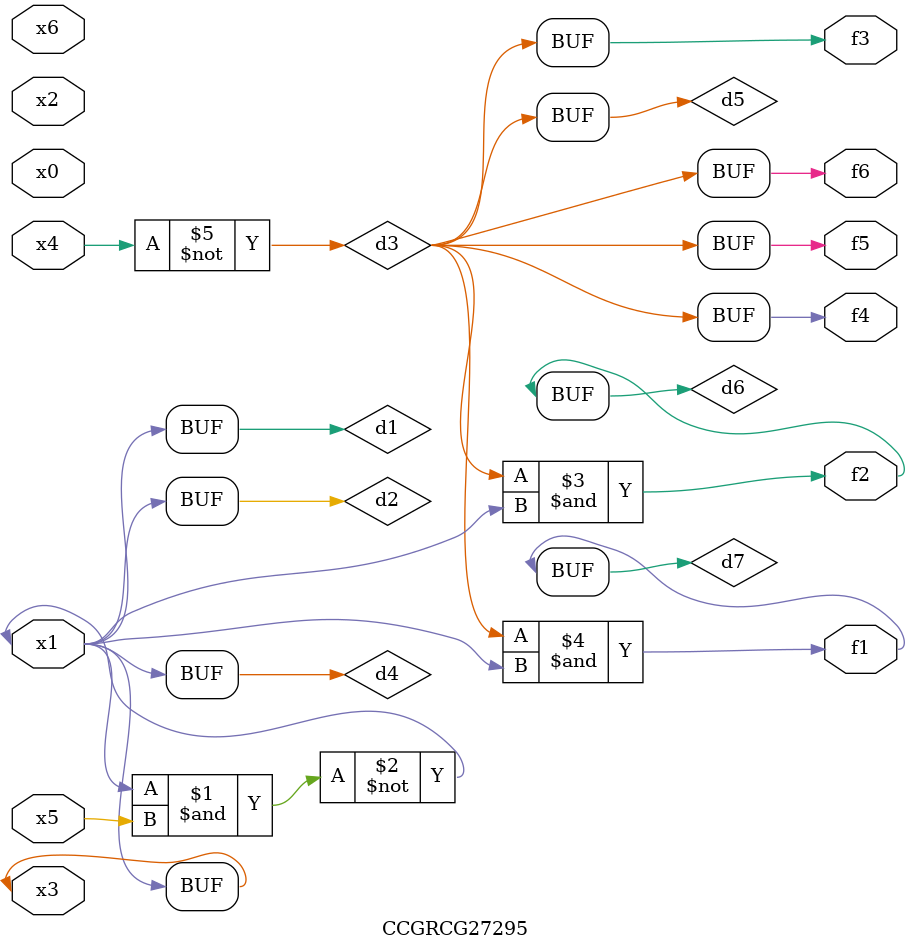
<source format=v>
module CCGRCG27295(
	input x0, x1, x2, x3, x4, x5, x6,
	output f1, f2, f3, f4, f5, f6
);

	wire d1, d2, d3, d4, d5, d6, d7;

	buf (d1, x1, x3);
	nand (d2, x1, x5);
	not (d3, x4);
	buf (d4, d1, d2);
	buf (d5, d3);
	and (d6, d3, d4);
	and (d7, d3, d4);
	assign f1 = d7;
	assign f2 = d6;
	assign f3 = d5;
	assign f4 = d5;
	assign f5 = d5;
	assign f6 = d5;
endmodule

</source>
